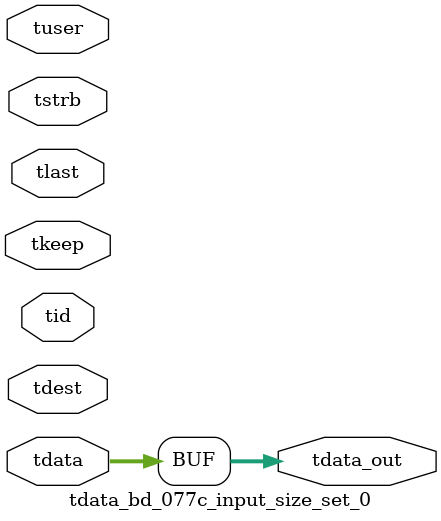
<source format=v>


`timescale 1ps/1ps

module tdata_bd_077c_input_size_set_0 #
(
parameter C_S_AXIS_TDATA_WIDTH = 32,
parameter C_S_AXIS_TUSER_WIDTH = 0,
parameter C_S_AXIS_TID_WIDTH   = 0,
parameter C_S_AXIS_TDEST_WIDTH = 0,
parameter C_M_AXIS_TDATA_WIDTH = 32
)
(
input  [(C_S_AXIS_TDATA_WIDTH == 0 ? 1 : C_S_AXIS_TDATA_WIDTH)-1:0     ] tdata,
input  [(C_S_AXIS_TUSER_WIDTH == 0 ? 1 : C_S_AXIS_TUSER_WIDTH)-1:0     ] tuser,
input  [(C_S_AXIS_TID_WIDTH   == 0 ? 1 : C_S_AXIS_TID_WIDTH)-1:0       ] tid,
input  [(C_S_AXIS_TDEST_WIDTH == 0 ? 1 : C_S_AXIS_TDEST_WIDTH)-1:0     ] tdest,
input  [(C_S_AXIS_TDATA_WIDTH/8)-1:0 ] tkeep,
input  [(C_S_AXIS_TDATA_WIDTH/8)-1:0 ] tstrb,
input                                                                    tlast,
output [C_M_AXIS_TDATA_WIDTH-1:0] tdata_out
);

assign tdata_out = {tdata[47:0]};

endmodule


</source>
